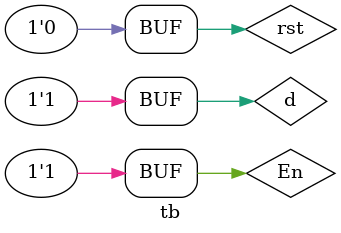
<source format=v>
module tb();
  reg d,En,rst;
  wire q;
  
dlatch u0(.d(d),.En(En),.rst(rst),.q(q));
  
always
begin

d= 1'b1;
En= 1'b0;
rst= 1'b1;
#10

d= 1'b1;
En= 1'b1;
rst= 1'b1;
#10

d= 1'b1;
En= 1'b1;
rst= 1'b0;
#10

d= 1'b1;
En= 1'b0;
rst= 1'b1;
#10

d= 1'b1;
En= 1'b1;
rst= 1'b1;
#10

d= 1'b1;
En= 1'b1;
rst= 1'b0;
#10

d= 1'b0;
En= 1'b1;
rst= 1'b0;
#10

d= 1'b0;
En= 1'b1;
rst= 1'b1;
#10

d= 1'b1;
En= 1'b1;
rst= 1'b0;
#10;
end

endmodule
</source>
